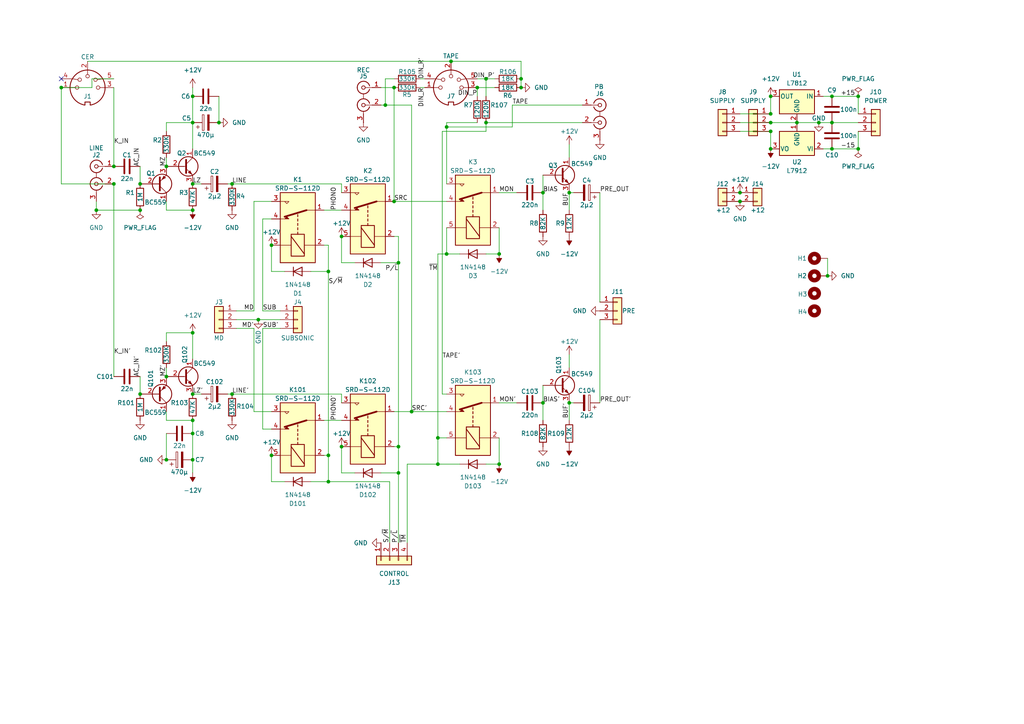
<source format=kicad_sch>
(kicad_sch (version 20231120) (generator "eeschema") (generator_version "8.0")
  (paper "A4")
  (title_block (title "TuchAudio 509 Input Selection Board") (date "2025-07-28") (rev "v1") (company "@zuiko21"))
  (junction (at 129.54 73.66))
  (junction (at 231.14 35.56))
  (junction (at 114.3 58.42))
  (junction (at 140.97 22.86))
  (junction (at 95.25 132.08))
  (junction (at 33.02 53.34))
  (junction (at 165.1 116.84))
  (junction (at 115.57 129.54))
  (junction (at 138.43 25.4))
  (junction (at 55.88 121.92))
  (junction (at 151.13 25.4))
  (junction (at 95.25 78.74))
  (junction (at 55.88 27.94))
  (junction (at 67.31 114.3))
  (junction (at 40.64 53.34))
  (junction (at 214.63 55.88))
  (junction (at 127 134.62))
  (junction (at 223.52 43.18))
  (junction (at 223.52 33.02))
  (junction (at 115.57 137.16))
  (junction (at 240.03 80.01))
  (junction (at 157.48 116.84))
  (junction (at 27.94 60.96))
  (junction (at 55.88 114.3))
  (junction (at 67.31 53.34))
  (junction (at 63.5 35.56))
  (junction (at 214.63 58.42))
  (junction (at 241.3 43.18))
  (junction (at 237.49 35.56))
  (junction (at 99.06 129.54))
  (junction (at 48.26 133.35))
  (junction (at 119.38 119.38))
  (junction (at 114.3 25.4))
  (junction (at 74.93 92.71))
  (junction (at 78.74 71.12))
  (junction (at 241.3 35.56))
  (junction (at 157.48 55.88))
  (junction (at 55.88 96.52))
  (junction (at 223.52 35.56))
  (junction (at 40.64 114.3))
  (junction (at 130.81 17.78))
  (junction (at 48.26 48.26))
  (junction (at 165.1 55.88))
  (junction (at 223.52 27.94))
  (junction (at 33.02 48.26))
  (junction (at 111.76 30.48))
  (junction (at 78.74 132.08))
  (junction (at 223.52 38.1))
  (junction (at 55.88 133.35))
  (junction (at 40.64 60.96))
  (junction (at 140.97 35.56))
  (junction (at 55.88 53.34))
  (junction (at 241.3 27.94))
  (junction (at 127 127))
  (junction (at 17.78 25.4))
  (junction (at 248.92 43.18))
  (junction (at 55.88 60.96))
  (junction (at 144.78 134.62))
  (junction (at 48.26 109.22))
  (junction (at 144.78 73.66))
  (junction (at 99.06 68.58))
  (junction (at 129.54 36.83))
  (junction (at 151.13 22.86))
  (junction (at 115.57 76.2))
  (junction (at 55.88 125.73))
  (junction (at 248.92 27.94))
  (junction (at 95.25 139.7))
  (junction (at 55.88 35.56))
  (no_connect (at 17.78 22.86))
  (wire (pts (xy 231.14 35.56) (xy 237.49 35.56)))
  (wire (pts (xy 93.98 132.08) (xy 95.25 132.08)))
  (wire (pts (xy 81.28 95.25) (xy 76.2 95.25)))
  (wire (pts (xy 151.13 22.86) (xy 151.13 25.4)))
  (wire (pts (xy 214.63 35.56) (xy 223.52 35.56)))
  (wire (pts (xy 76.2 95.25) (xy 76.2 124.46)))
  (wire (pts (xy 76.2 124.46) (xy 78.74 124.46)))
  (wire (pts (xy 73.66 95.25) (xy 68.58 95.25)))
  (wire (pts (xy 223.52 27.94) (xy 223.52 33.02)))
  (wire (pts (xy 144.78 116.84) (xy 149.86 116.84)))
  (wire (pts (xy 129.54 127) (xy 127 127)))
  (wire (pts (xy 90.17 78.74) (xy 95.25 78.74)))
  (wire (pts (xy 67.31 114.3) (xy 99.06 114.3)))
  (wire (pts (xy 157.48 50.8) (xy 157.48 55.88)))
  (wire (pts (xy 128.27 38.1) (xy 128.27 114.3)))
  (wire (pts (xy 40.64 48.26) (xy 40.64 53.34)))
  (wire (pts (xy 93.98 121.92) (xy 99.06 121.92)))
  (wire (pts (xy 118.11 157.48) (xy 118.11 134.62)))
  (wire (pts (xy 121.92 22.86) (xy 123.19 22.86)))
  (wire (pts (xy 74.93 92.71) (xy 81.28 92.71)))
  (wire (pts (xy 25.4 17.78) (xy 130.81 17.78)))
  (wire (pts (xy 130.81 17.78) (xy 151.13 17.78)))
  (wire (pts (xy 78.74 71.12) (xy 78.74 78.74)))
  (wire (pts (xy 138.43 35.56) (xy 129.54 35.56)))
  (wire (pts (xy 127 134.62) (xy 133.35 134.62)))
  (wire (pts (xy 157.48 55.88) (xy 157.48 60.96)))
  (wire (pts (xy 48.26 45.72) (xy 48.26 48.26)))
  (wire (pts (xy 48.26 58.42) (xy 48.26 60.96)))
  (wire (pts (xy 27.94 60.96) (xy 27.94 58.42)))
  (wire (pts (xy 129.54 36.83) (xy 129.54 53.34)))
  (wire (pts (xy 95.25 78.74) (xy 95.25 132.08)))
  (wire (pts (xy 111.76 30.48) (xy 119.38 30.48)))
  (wire (pts (xy 115.57 68.58) (xy 114.3 68.58)))
  (wire (pts (xy 73.66 90.17) (xy 73.66 58.42)))
  (wire (pts (xy 240.03 74.93) (xy 240.03 80.01)))
  (wire (pts (xy 55.88 35.56) (xy 55.88 43.18)))
  (wire (pts (xy 58.42 114.3) (xy 55.88 114.3)))
  (wire (pts (xy 99.06 129.54) (xy 99.06 137.16)))
  (wire (pts (xy 113.03 139.7) (xy 95.25 139.7)))
  (wire (pts (xy 165.1 41.91) (xy 165.1 45.72)))
  (wire (pts (xy 223.52 38.1) (xy 223.52 43.18)))
  (wire (pts (xy 33.02 22.86) (xy 26.67 22.86)))
  (wire (pts (xy 143.51 22.86) (xy 140.97 22.86)))
  (wire (pts (xy 33.02 25.4) (xy 33.02 48.26)))
  (wire (pts (xy 111.76 22.86) (xy 111.76 30.48)))
  (wire (pts (xy 214.63 33.02) (xy 223.52 33.02)))
  (wire (pts (xy 33.02 53.34) (xy 17.78 53.34)))
  (wire (pts (xy 157.48 116.84) (xy 157.48 121.92)))
  (wire (pts (xy 237.49 35.56) (xy 241.3 35.56)))
  (wire (pts (xy 114.3 58.42) (xy 129.54 58.42)))
  (wire (pts (xy 95.25 71.12) (xy 93.98 71.12)))
  (wire (pts (xy 48.26 106.68) (xy 48.26 109.22)))
  (wire (pts (xy 129.54 36.83) (xy 148.59 36.83)))
  (wire (pts (xy 48.26 119.38) (xy 48.26 121.92)))
  (wire (pts (xy 73.66 119.38) (xy 78.74 119.38)))
  (wire (pts (xy 238.76 43.18) (xy 241.3 43.18)))
  (wire (pts (xy 238.76 27.94) (xy 241.3 27.94)))
  (wire (pts (xy 129.54 73.66) (xy 133.35 73.66)))
  (wire (pts (xy 68.58 92.71) (xy 74.93 92.71)))
  (wire (pts (xy 48.26 60.96) (xy 55.88 60.96)))
  (wire (pts (xy 26.67 22.86) (xy 26.67 25.4)))
  (wire (pts (xy 73.66 119.38) (xy 73.66 95.25)))
  (wire (pts (xy 140.97 22.86) (xy 140.97 27.94)))
  (wire (pts (xy 144.78 73.66) (xy 144.78 66.04)))
  (wire (pts (xy 144.78 55.88) (xy 149.86 55.88)))
  (wire (pts (xy 223.52 35.56) (xy 231.14 35.56)))
  (wire (pts (xy 78.74 78.74) (xy 82.55 78.74)))
  (wire (pts (xy 128.27 38.1) (xy 140.97 38.1)))
  (wire (pts (xy 214.63 38.1) (xy 223.52 38.1)))
  (wire (pts (xy 63.5 27.94) (xy 63.5 35.56)))
  (wire (pts (xy 110.49 76.2) (xy 115.57 76.2)))
  (wire (pts (xy 115.57 76.2) (xy 115.57 129.54)))
  (wire (pts (xy 48.26 35.56) (xy 55.88 35.56)))
  (wire (pts (xy 76.2 63.5) (xy 78.74 63.5)))
  (wire (pts (xy 17.78 25.4) (xy 26.67 25.4)))
  (wire (pts (xy 73.66 58.42) (xy 78.74 58.42)))
  (wire (pts (xy 99.06 137.16) (xy 102.87 137.16)))
  (wire (pts (xy 140.97 134.62) (xy 144.78 134.62)))
  (wire (pts (xy 127 127) (xy 127 134.62)))
  (wire (pts (xy 165.1 116.84) (xy 165.1 121.92)))
  (wire (pts (xy 110.49 30.48) (xy 111.76 30.48)))
  (wire (pts (xy 151.13 17.78) (xy 151.13 22.86)))
  (wire (pts (xy 114.3 119.38) (xy 119.38 119.38)))
  (wire (pts (xy 248.92 43.18) (xy 241.3 43.18)))
  (wire (pts (xy 99.06 114.3) (xy 99.06 116.84)))
  (wire (pts (xy 48.26 125.73) (xy 48.26 133.35)))
  (wire (pts (xy 114.3 25.4) (xy 114.3 58.42)))
  (wire (pts (xy 140.97 73.66) (xy 144.78 73.66)))
  (wire (pts (xy 55.88 25.4) (xy 55.88 27.94)))
  (wire (pts (xy 165.1 102.87) (xy 165.1 106.68)))
  (wire (pts (xy 27.94 60.96) (xy 40.64 60.96)))
  (wire (pts (xy 119.38 119.38) (xy 129.54 119.38)))
  (wire (pts (xy 148.59 30.48) (xy 148.59 36.83)))
  (wire (pts (xy 90.17 139.7) (xy 95.25 139.7)))
  (wire (pts (xy 55.88 133.35) (xy 55.88 125.73)))
  (wire (pts (xy 129.54 66.04) (xy 129.54 73.66)))
  (wire (pts (xy 128.27 114.3) (xy 129.54 114.3)))
  (wire (pts (xy 17.78 53.34) (xy 17.78 25.4)))
  (wire (pts (xy 99.06 53.34) (xy 99.06 55.88)))
  (wire (pts (xy 115.57 129.54) (xy 115.57 137.16)))
  (wire (pts (xy 76.2 63.5) (xy 76.2 90.17)))
  (wire (pts (xy 140.97 22.86) (xy 138.43 22.86)))
  (wire (pts (xy 127 127) (xy 127 73.66)))
  (wire (pts (xy 67.31 53.34) (xy 99.06 53.34)))
  (wire (pts (xy 144.78 134.62) (xy 144.78 127)))
  (wire (pts (xy 66.04 53.34) (xy 67.31 53.34)))
  (wire (pts (xy 165.1 55.88) (xy 165.1 60.96)))
  (wire (pts (xy 99.06 76.2) (xy 102.87 76.2)))
  (wire (pts (xy 173.99 92.71) (xy 173.99 116.84)))
  (wire (pts (xy 95.25 78.74) (xy 95.25 71.12)))
  (wire (pts (xy 93.98 60.96) (xy 99.06 60.96)))
  (wire (pts (xy 110.49 137.16) (xy 115.57 137.16)))
  (wire (pts (xy 248.92 38.1) (xy 248.92 43.18)))
  (wire (pts (xy 33.02 53.34) (xy 33.02 109.22)))
  (wire (pts (xy 127 73.66) (xy 129.54 73.66)))
  (wire (pts (xy 55.88 137.16) (xy 55.88 133.35)))
  (wire (pts (xy 248.92 33.02) (xy 248.92 27.94)))
  (wire (pts (xy 157.48 111.76) (xy 157.48 116.84)))
  (wire (pts (xy 66.04 114.3) (xy 67.31 114.3)))
  (wire (pts (xy 78.74 139.7) (xy 82.55 139.7)))
  (wire (pts (xy 48.26 121.92) (xy 55.88 121.92)))
  (wire (pts (xy 173.99 55.88) (xy 173.99 87.63)))
  (wire (pts (xy 48.26 96.52) (xy 48.26 99.06)))
  (wire (pts (xy 138.43 25.4) (xy 138.43 27.94)))
  (wire (pts (xy 115.57 68.58) (xy 115.57 76.2)))
  (wire (pts (xy 115.57 129.54) (xy 114.3 129.54)))
  (wire (pts (xy 241.3 35.56) (xy 248.92 35.56)))
  (wire (pts (xy 78.74 132.08) (xy 78.74 139.7)))
  (wire (pts (xy 95.25 139.7) (xy 95.25 132.08)))
  (wire (pts (xy 129.54 35.56) (xy 129.54 36.83)))
  (wire (pts (xy 140.97 38.1) (xy 140.97 35.56)))
  (wire (pts (xy 248.92 27.94) (xy 241.3 27.94)))
  (wire (pts (xy 110.49 25.4) (xy 114.3 25.4)))
  (wire (pts (xy 58.42 53.34) (xy 55.88 53.34)))
  (wire (pts (xy 55.88 125.73) (xy 55.88 121.92)))
  (wire (pts (xy 55.88 27.94) (xy 55.88 35.56)))
  (wire (pts (xy 118.11 134.62) (xy 127 134.62)))
  (wire (pts (xy 114.3 22.86) (xy 111.76 22.86)))
  (wire (pts (xy 68.58 90.17) (xy 73.66 90.17)))
  (wire (pts (xy 55.88 96.52) (xy 55.88 104.14)))
  (wire (pts (xy 76.2 90.17) (xy 81.28 90.17)))
  (wire (pts (xy 99.06 68.58) (xy 99.06 76.2)))
  (wire (pts (xy 113.03 157.48) (xy 113.03 139.7)))
  (wire (pts (xy 115.57 137.16) (xy 115.57 157.48)))
  (wire (pts (xy 121.92 25.4) (xy 123.19 25.4)))
  (wire (pts (xy 165.1 55.88) (xy 166.37 55.88)))
  (wire (pts (xy 165.1 116.84) (xy 166.37 116.84)))
  (wire (pts (xy 143.51 25.4) (xy 138.43 25.4)))
  (wire (pts (xy 148.59 30.48) (xy 168.91 30.48)))
  (wire (pts (xy 40.64 109.22) (xy 40.64 114.3)))
  (wire (pts (xy 140.97 35.56) (xy 168.91 35.56)))
  (wire (pts (xy 48.26 35.56) (xy 48.26 38.1)))
  (wire (pts (xy 119.38 30.48) (xy 119.38 119.38)))
  (wire (pts (xy 48.26 96.52) (xy 55.88 96.52)))
  (label "S{slash}~{M}" (at 113.03 157.48 90))
  (label "K_IN'" (at 33.02 102.87 0))
  (label "BIAS'" (at 157.48 116.84 0))
  (label "TAPE" (at 148.59 30.48 0))
  (label "MZ" (at 48.26 48.26 90))
  (label "+15" (at 243.84 27.94 0))
  (label "S{slash}~{M}" (at 95.25 82.55 0))
  (label "AC_IN'" (at 40.64 109.22 90))
  (label "K_IN" (at 33.02 41.91 0))
  (label "TAPE'" (at 128.27 104.14 0))
  (label "SRC" (at 114.3 58.42 0))
  (label "PRE_OUT" (at 173.99 55.88 0))
  (label "DIN_R" (at 123.19 25.4 270))
  (label "PRE_OUT'" (at 173.99 116.84 0))
  (label "DIN_R'" (at 123.19 22.86 90))
  (label "MD'" (at 73.66 95.25 180))
  (label "BIAS" (at 157.48 55.88 0))
  (label "BUF" (at 165.1 55.88 270))
  (label "PHONO" (at 97.79 60.96 90))
  (label "LINE" (at 67.31 53.34 0))
  (label "-15" (at 243.84 43.18 0))
  (label "SUB'" (at 76.2 95.25 0))
  (label "P{slash}~{L}" (at 115.57 78.74 180))
  (label "~{TM}" (at 118.11 157.48 90))
  (label "SUB" (at 76.2 90.17 0))
  (label "PHONO'" (at 97.79 121.92 90))
  (label "SRC'" (at 119.38 119.38 0))
  (label "MON" (at 144.78 55.88 0))
  (label "MZ'" (at 48.26 109.22 90))
  (label "P{slash}~{L}" (at 115.57 157.48 90))
  (label "DIN_P" (at 138.43 27.94 180))
  (label "LINE'" (at 67.31 114.3 0))
  (label "MON'" (at 144.78 116.84 0))
  (label "LZ'" (at 55.88 114.3 0))
  (label "AC_IN" (at 40.64 48.26 90))
  (label "BUF'" (at 165.1 116.84 270))
  (label "LZ" (at 55.88 53.34 0))
  (label "DIN_P'" (at 143.51 22.86 180))
  (label "~{TM}" (at 127 78.74 180))
  (label "MD" (at 73.66 90.17 180))
  (symbol (lib_id "Relay:SANYOU_SRD_Form_C") (at 137.16 60.96 90) (unit 1)
    (property "Reference" "K3" (at 137.16 46.99 90))
    (property "Value" "SRD-S-112D" (at 137.16 49.53 90))
    (property "Footprint" "Relay_THT:Relay_SPDT_SANYOU_SRD_Series_Form_C" (effects (hide yes)))
    (property "Datasheet" "http://www.sanyourelay.ca/public/products/pdf/SRD.pdf" (effects (hide yes)))
    (property "Description" "Sanyo SRD relay, Single Pole Miniature Power Relay," (effects (hide yes)))
  )
  (symbol (lib_id "Transistor_BJT:BC559") (at 45.72 114.3 0) (mirror x) (unit 1)
    (property "Reference" "Q101" (at 43.688 107.188 90) (effects (justify left)))
    (property "Value" "BC559" (at 41.91 119.634 0) (effects (justify left)))
    (property "Footprint" "Package_TO_SOT_THT:TO-92_Inline" (effects (hide yes)))
    (property "Datasheet" "https://www.onsemi.com/pub/Collateral/BC556BTA-D.pdf" (effects (hide yes)))
    (property "Description" "0.1A Ic, 30V Vce, PNP Small Signal Transistor, TO-92" (effects (hide yes)))
  )
  (symbol (lib_id "Device:C") (at 52.07 125.73 270) (mirror x) (unit 1)
    (property "Reference" "C8" (at 57.912 125.73 90))
    (property "Value" "22n" (at 52.07 129.286 90))
    (property "Footprint" "Capacitor_THT:C_Disc_D6.0mm_W2.5mm_P5.00mm" (effects (hide yes)))
    (property "Description" "Unpolarized capacitor" (effects (hide yes)))
  )
  (symbol (lib_id "Connector:DIN-5_180degree") (at 25.4 25.4 0) (unit 1)
    (property "Reference" "J1" (at 25.4 27.94 0))
    (property "Value" "CER" (at 25.4 16.51 0))
    (property "Footprint" "durango:DIN 5-180deg" (effects (hide yes)))
    (property "Datasheet" "http://www.mouser.com/ds/2/18/40_c091_abd_e-75918.pdf" (effects (hide yes)))
    (property "Description" "5-pin DIN connector (5-pin DIN-5 stereo)" (effects (hide yes)))
  )
  (symbol (lib_id "Device:R") (at 157.48 125.73 0) (mirror y) (unit 1)
    (property "Reference" "R108" (at 156.21 125.73 0) (effects (justify left)))
    (property "Value" "82K" (at 157.48 125.73 90))
    (property "Footprint" "Resistor_THT:R_Axial_DIN0207_L6.3mm_D2.5mm_P10.16mm_Horizontal" (effects (hide yes)))
    (property "Description" "Resistor" (effects (hide yes)))
  )
  (symbol (lib_id "Diode:1N4148") (at 86.36 139.7 0) (mirror x) (unit 1)
    (property "Reference" "D101" (at 86.36 146.05 0))
    (property "Value" "1N4148" (at 86.36 143.51 0))
    (property "Footprint" "Diode_THT:D_DO-35_SOD27_P7.62mm_Horizontal" (effects (hide yes)))
    (property "Datasheet" "https://assets.nexperia.com/documents/data-sheet/1N4148_1N4448.pdf" (effects (hide yes)))
    (property "Description" "100V 0.15A standard switching diode, DO-35" (effects (hide yes)))
    (property "Sim.Device" "D" (effects (hide yes)))
    (property "Sim.Pins" "1=K 2=A" (effects (hide yes)))
  )
  (symbol (lib_id "Device:R") (at 40.64 57.15 0) (mirror y) (unit 1)
    (property "Reference" "R1" (at 39.116 55.88 0) (effects (justify left)))
    (property "Value" "1M" (at 40.64 57.15 90))
    (property "Footprint" "Resistor_THT:R_Axial_DIN0207_L6.3mm_D2.5mm_P10.16mm_Horizontal" (effects (hide yes)))
    (property "Description" "Resistor" (effects (hide yes)))
  )
  (symbol (lib_id "Device:R") (at 67.31 118.11 0) (mirror y) (unit 1)
    (property "Reference" "R104" (at 73.66 117.856 0) (effects (justify left)))
    (property "Value" "330K" (at 67.31 118.11 90))
    (property "Footprint" "Resistor_THT:R_Axial_DIN0207_L6.3mm_D2.5mm_P10.16mm_Horizontal" (effects (hide yes)))
    (property "Description" "Resistor" (effects (hide yes)))
  )
  (symbol (lib_id "Device:C") (at 36.83 48.26 90) (unit 1)
    (property "Reference" "C1" (at 36.83 44.958 90))
    (property "Value" "22n" (at 36.83 51.816 90))
    (property "Footprint" "Capacitor_THT:C_Rect_L7.2mm_W2.5mm_P5.00mm_FKS2_FKP2_MKS2_MKP2" (effects (hide yes)))
    (property "Description" "Unpolarized capacitor" (effects (hide yes)))
  )
  (symbol (lib_id "power:GND") (at 40.64 121.92 0) (unit 1)
    (property "Reference" "#PWR16" (effects (hide yes)))
    (property "Value" "GND" (at 40.64 127 0))
    (property "Description" "Power symbol creates a global label with name \"GND\" , ground" (effects (hide yes)))
  )
  (symbol (lib_id "Connector:Conn_Coaxial_x2") (at 173.99 33.02 0) (unit 1)
    (property "Reference" "J6" (at 173.99 27.178 0))
    (property "Value" "PB" (at 173.736 25.146 0))
    (property "Footprint" "durango:2xRCA_vertical" (effects (hide yes)))
    (property "Description" "double coaxial connector (BNC, SMA, SMB, SMC, Cinch/RCA, LEMO, ...)" (effects (hide yes)))
  )
  (symbol (lib_id "Relay:SANYOU_SRD_Form_C") (at 106.68 124.46 90) (unit 1)
    (property "Reference" "K102" (at 106.68 110.49 90))
    (property "Value" "SRD-S-112D" (at 106.68 113.03 90))
    (property "Footprint" "Relay_THT:Relay_SPDT_SANYOU_SRD_Series_Form_C" (effects (hide yes)))
    (property "Datasheet" "http://www.sanyourelay.ca/public/products/pdf/SRD.pdf" (effects (hide yes)))
    (property "Description" "Sanyo SRD relay, Single Pole Miniature Power Relay," (effects (hide yes)))
  )
  (symbol (lib_id "Device:R") (at 118.11 25.4 90) (mirror x) (unit 1)
    (property "Reference" "R5" (at 119.38 27.432 90) (effects (justify left)))
    (property "Value" "330K" (at 118.11 25.4 90))
    (property "Footprint" "Resistor_THT:R_Axial_DIN0207_L6.3mm_D2.5mm_P10.16mm_Horizontal" (effects (hide yes)))
    (property "Description" "Resistor" (effects (hide yes)))
  )
  (symbol (lib_id "Diode:1N4148") (at 137.16 134.62 0) (mirror x) (unit 1)
    (property "Reference" "D103" (at 137.16 140.97 0))
    (property "Value" "1N4148" (at 137.16 138.43 0))
    (property "Footprint" "Diode_THT:D_DO-35_SOD27_P7.62mm_Horizontal" (effects (hide yes)))
    (property "Datasheet" "https://assets.nexperia.com/documents/data-sheet/1N4148_1N4448.pdf" (effects (hide yes)))
    (property "Description" "100V 0.15A standard switching diode, DO-35" (effects (hide yes)))
    (property "Sim.Device" "D" (effects (hide yes)))
    (property "Sim.Pins" "1=K 2=A" (effects (hide yes)))
  )
  (symbol (lib_id "power:GND") (at 173.99 40.64 0) (unit 1)
    (property "Reference" "#PWR4" (effects (hide yes)))
    (property "Value" "GND" (at 173.99 45.72 0))
    (property "Description" "Power symbol creates a global label with name \"GND\" , ground" (effects (hide yes)))
  )
  (symbol (lib_id "Transistor_BJT:BC549") (at 162.56 50.8 0) (unit 1)
    (property "Reference" "Q3" (at 159.004 48.006 0) (effects (justify left)))
    (property "Value" "BC549" (at 165.608 47.498 0) (effects (justify left)))
    (property "Footprint" "Package_TO_SOT_THT:TO-92_Inline" (effects (hide yes)))
    (property "Datasheet" "https://www.onsemi.com/pub/Collateral/BC550-D.pdf" (effects (hide yes)))
    (property "Description" "0.1A Ic, 30V Vce, Small Signal NPN Transistor, TO-92" (effects (hide yes)))
  )
  (symbol (lib_id "Device:C_Polarized") (at 62.23 114.3 90) (unit 1)
    (property "Reference" "C102" (at 62.23 110.744 90))
    (property "Value" "2µ2" (at 62.23 117.856 90))
    (property "Footprint" "Capacitor_THT:CP_Radial_D4.0mm_P1.50mm" (effects (hide yes)))
    (property "Description" "Polarized capacitor" (effects (hide yes)))
  )
  (symbol (lib_id "Transistor_BJT:BC549") (at 162.56 111.76 0) (unit 1)
    (property "Reference" "Q103" (at 162.052 108.458 90) (effects (justify left)))
    (property "Value" "BC549" (at 165.608 108.458 0) (effects (justify left)))
    (property "Footprint" "Package_TO_SOT_THT:TO-92_Inline" (effects (hide yes)))
    (property "Datasheet" "https://www.onsemi.com/pub/Collateral/BC550-D.pdf" (effects (hide yes)))
    (property "Description" "0.1A Ic, 30V Vce, Small Signal NPN Transistor, TO-92" (effects (hide yes)))
  )
  (symbol (lib_id "power:GND") (at 157.48 68.58 0) (unit 1)
    (property "Reference" "#PWR30" (effects (hide yes)))
    (property "Value" "GND" (at 157.48 73.66 0))
    (property "Description" "Power symbol creates a global label with name \"GND\" , ground" (effects (hide yes)))
  )
  (symbol (lib_id "power:GND") (at 240.03 80.01 90) (unit 1)
    (property "Reference" "#PWR33" (effects (hide yes)))
    (property "Value" "GND" (at 243.84 80.0099 90) (effects (justify right)))
    (property "Description" "Power symbol creates a global label with name \"GND\" , ground" (effects (hide yes)))
  )
  (symbol (lib_id "Mechanical:MountingHole") (at 236.22 90.17 90) (unit 1) (exclude_from_sim yes) (in_bom no)
    (property "Reference" "H4" (at 231.394 90.424 90) (effects (justify right)))
    (property "Value" "MountingHole" (effects (hide yes)))
    (property "Footprint" "MountingHole:MountingHole_3.2mm_M3_DIN965" (effects (hide yes)))
    (property "Description" "Mounting Hole without connection" (effects (hide yes)))
  )
  (symbol (lib_id "power:GND") (at 110.49 157.48 270) (unit 1)
    (property "Reference" "#PWR34" (effects (hide yes)))
    (property "Value" "GND" (at 106.68 157.4799 90) (effects (justify right)))
    (property "Description" "Power symbol creates a global label with name \"GND\" , ground" (effects (hide yes)))
  )
  (symbol (lib_id "Diode:1N4148") (at 137.16 73.66 0) (mirror x) (unit 1)
    (property "Reference" "D3" (at 137.16 80.01 0))
    (property "Value" "1N4148" (at 137.16 77.47 0))
    (property "Footprint" "Diode_THT:D_DO-35_SOD27_P7.62mm_Horizontal" (effects (hide yes)))
    (property "Datasheet" "https://assets.nexperia.com/documents/data-sheet/1N4148_1N4448.pdf" (effects (hide yes)))
    (property "Description" "100V 0.15A standard switching diode, DO-35" (effects (hide yes)))
    (property "Sim.Device" "D" (effects (hide yes)))
    (property "Sim.Pins" "1=K 2=A" (effects (hide yes)))
  )
  (symbol (lib_id "Diode:1N4148") (at 106.68 137.16 0) (mirror x) (unit 1)
    (property "Reference" "D102" (at 106.68 143.51 0))
    (property "Value" "1N4148" (at 106.68 140.97 0))
    (property "Footprint" "Diode_THT:D_DO-35_SOD27_P7.62mm_Horizontal" (effects (hide yes)))
    (property "Datasheet" "https://assets.nexperia.com/documents/data-sheet/1N4148_1N4448.pdf" (effects (hide yes)))
    (property "Description" "100V 0.15A standard switching diode, DO-35" (effects (hide yes)))
    (property "Sim.Device" "D" (effects (hide yes)))
    (property "Sim.Pins" "1=K 2=A" (effects (hide yes)))
  )
  (symbol (lib_id "Device:R") (at 157.48 64.77 0) (mirror y) (unit 1)
    (property "Reference" "R8" (at 156.21 64.77 0) (effects (justify left)))
    (property "Value" "82K" (at 157.48 64.77 90))
    (property "Footprint" "Resistor_THT:R_Axial_DIN0207_L6.3mm_D2.5mm_P10.16mm_Horizontal" (effects (hide yes)))
    (property "Description" "Resistor" (effects (hide yes)))
  )
  (symbol (lib_id "Device:C") (at 59.69 27.94 90) (unit 1)
    (property "Reference" "C6" (at 53.848 27.94 90))
    (property "Value" "22n" (at 59.69 31.496 90))
    (property "Footprint" "Capacitor_THT:C_Disc_D6.0mm_W2.5mm_P5.00mm" (effects (hide yes)))
    (property "Description" "Unpolarized capacitor" (effects (hide yes)))
  )
  (symbol (lib_id "Transistor_BJT:BC559") (at 45.72 53.34 0) (mirror x) (unit 1)
    (property "Reference" "Q1" (at 42.418 50.292 0) (effects (justify left)))
    (property "Value" "BC559" (at 41.91 58.674 0) (effects (justify left)))
    (property "Footprint" "Package_TO_SOT_THT:TO-92_Inline" (effects (hide yes)))
    (property "Datasheet" "https://www.onsemi.com/pub/Collateral/BC556BTA-D.pdf" (effects (hide yes)))
    (property "Description" "0.1A Ic, 30V Vce, PNP Small Signal Transistor, TO-92" (effects (hide yes)))
  )
  (symbol (lib_id "Device:R") (at 55.88 118.11 0) (mirror y) (unit 1)
    (property "Reference" "R103" (at 54.61 116.84 0) (effects (justify left)))
    (property "Value" "47K" (at 55.88 118.11 90))
    (property "Footprint" "Resistor_THT:R_Axial_DIN0207_L6.3mm_D2.5mm_P10.16mm_Horizontal" (effects (hide yes)))
    (property "Description" "Resistor" (effects (hide yes)))
  )
  (symbol (lib_id "power:-12V") (at 165.1 68.58 180) (unit 1)
    (property "Reference" "#PWR10" (effects (hide yes)))
    (property "Value" "-12V" (at 165.1 73.66 0))
    (property "Description" "Power symbol creates a global label with name \"-12V\"" (effects (hide yes)))
  )
  (symbol (lib_id "Relay:SANYOU_SRD_Form_C") (at 137.16 121.92 90) (unit 1)
    (property "Reference" "K103" (at 137.16 107.95 90))
    (property "Value" "SRD-S-112D" (at 137.16 110.49 90))
    (property "Footprint" "Relay_THT:Relay_SPDT_SANYOU_SRD_Series_Form_C" (effects (hide yes)))
    (property "Datasheet" "http://www.sanyourelay.ca/public/products/pdf/SRD.pdf" (effects (hide yes)))
    (property "Description" "Sanyo SRD relay, Single Pole Miniature Power Relay," (effects (hide yes)))
  )
  (symbol (lib_id "Device:R") (at 55.88 57.15 0) (mirror y) (unit 1)
    (property "Reference" "R3" (at 54.61 55.88 0) (effects (justify left)))
    (property "Value" "47K" (at 55.88 57.15 90))
    (property "Footprint" "Resistor_THT:R_Axial_DIN0207_L6.3mm_D2.5mm_P10.16mm_Horizontal" (effects (hide yes)))
    (property "Description" "Resistor" (effects (hide yes)))
  )
  (symbol (lib_id "Device:R") (at 140.97 31.75 0) (mirror y) (unit 1)
    (property "Reference" "R107" (at 147.32 30.48 0) (effects (justify left)))
    (property "Value" "120K" (at 140.97 31.75 90))
    (property "Footprint" "Resistor_THT:R_Axial_DIN0207_L6.3mm_D2.5mm_P10.16mm_Horizontal" (effects (hide yes)))
    (property "Description" "Resistor" (effects (hide yes)))
  )
  (symbol (lib_id "Connector_Generic:Conn_01x03") (at 63.5 92.71 0) (mirror y) (unit 1)
    (property "Reference" "J3" (at 63.5 87.63 0))
    (property "Value" "MD" (at 63.5 98.044 0))
    (property "Footprint" "Connector_PinHeader_2.54mm:PinHeader_1x03_P2.54mm_Vertical" (effects (hide yes)))
    (property "Description" "Generic connector, single row, 01x03, script generated (kicad-library-utils/schlib/autogen/connector/)" (effects (hide yes)))
  )
  (symbol (lib_id "Device:C") (at 36.83 109.22 90) (unit 1)
    (property "Reference" "C101" (at 30.48 109.22 90))
    (property "Value" "22n" (at 36.83 112.776 90))
    (property "Footprint" "Capacitor_THT:C_Rect_L7.2mm_W2.5mm_P5.00mm_FKS2_FKP2_MKS2_MKP2" (effects (hide yes)))
    (property "Description" "Unpolarized capacitor" (effects (hide yes)))
  )
  (symbol (lib_id "Mechanical:MountingHole") (at 236.22 85.09 90) (unit 1) (exclude_from_sim yes) (in_bom no)
    (property "Reference" "H3" (at 231.394 85.344 90) (effects (justify right)))
    (property "Value" "MountingHole" (effects (hide yes)))
    (property "Footprint" "MountingHole:MountingHole_3.2mm_M3_DIN965" (effects (hide yes)))
    (property "Description" "Mounting Hole without connection" (effects (hide yes)))
  )
  (symbol (lib_id "power:+12V") (at 55.88 96.52 0) (unit 1)
    (property "Reference" "#PWR17" (effects (hide yes)))
    (property "Value" "+12V" (at 55.88 91.44 0))
    (property "Description" "Power symbol creates a global label with name \"+12V\"" (effects (hide yes)))
  )
  (symbol (lib_id "Device:R") (at 147.32 22.86 90) (mirror x) (unit 1)
    (property "Reference" "R106" (at 149.86 20.828 90) (effects (justify left)))
    (property "Value" "18K" (at 147.32 22.86 90))
    (property "Footprint" "Resistor_THT:R_Axial_DIN0207_L6.3mm_D2.5mm_P10.16mm_Horizontal" (effects (hide yes)))
    (property "Description" "Resistor" (effects (hide yes)))
  )
  (symbol (lib_id "power:-12V") (at 55.88 137.16 180) (unit 1)
    (property "Reference" "#PWR18" (effects (hide yes)))
    (property "Value" "-12V" (at 55.88 142.24 0))
    (property "Description" "Power symbol creates a global label with name \"-12V\"" (effects (hide yes)))
  )
  (symbol (lib_id "power:-12V") (at 55.88 60.96 180) (unit 1)
    (property "Reference" "#PWR9" (effects (hide yes)))
    (property "Value" "-12V" (at 55.88 66.04 0))
    (property "Description" "Power symbol creates a global label with name \"-12V\"" (effects (hide yes)))
  )
  (symbol (lib_id "Connector:Conn_Coaxial_x2") (at 27.94 50.8 0) (mirror y) (unit 1)
    (property "Reference" "J2" (at 27.94 44.958 0))
    (property "Value" "LINE" (at 27.94 42.926 0))
    (property "Footprint" "durango:2xRCA_vertical" (effects (hide yes)))
    (property "Description" "double coaxial connector (BNC, SMA, SMB, SMC, Cinch/RCA, LEMO, ...)" (effects (hide yes)))
  )
  (symbol (lib_id "Device:R") (at 40.64 118.11 0) (mirror y) (unit 1)
    (property "Reference" "R101" (at 39.116 116.84 0) (effects (justify left)))
    (property "Value" "1M" (at 40.64 118.11 90))
    (property "Footprint" "Resistor_THT:R_Axial_DIN0207_L6.3mm_D2.5mm_P10.16mm_Horizontal" (effects (hide yes)))
    (property "Description" "Resistor" (effects (hide yes)))
  )
  (symbol (lib_id "Connector_Generic:Conn_01x03") (at 179.07 90.17 0) (unit 1)
    (property "Reference" "J11" (at 179.07 84.582 0))
    (property "Value" "PRE" (at 182.372 90.17 0))
    (property "Footprint" "Connector_PinHeader_2.54mm:PinHeader_1x03_P2.54mm_Vertical" (effects (hide yes)))
    (property "Description" "Generic connector, single row, 01x03, script generated (kicad-library-utils/schlib/autogen/connector/)" (effects (hide yes)))
  )
  (symbol (lib_id "Relay:SANYOU_SRD_Form_C") (at 86.36 66.04 90) (unit 1)
    (property "Reference" "K1" (at 86.36 52.07 90))
    (property "Value" "SRD-S-112D" (at 86.36 54.61 90))
    (property "Footprint" "Relay_THT:Relay_SPDT_SANYOU_SRD_Series_Form_C" (effects (hide yes)))
    (property "Datasheet" "http://www.sanyourelay.ca/public/products/pdf/SRD.pdf" (effects (hide yes)))
    (property "Description" "Sanyo SRD relay, Single Pole Miniature Power Relay," (effects (hide yes)))
  )
  (symbol (lib_id "Regulator_Linear:L7912") (at 231.14 43.18 0) (mirror y) (unit 1)
    (property "Reference" "U2" (at 231.14 46.99 0))
    (property "Value" "L7912" (at 231.14 49.53 0))
    (property "Footprint" "Package_TO_SOT_THT:TO-220-3_Vertical" (effects (hide yes)))
    (property "Datasheet" "http://www.st.com/content/ccc/resource/technical/document/datasheet/c9/16/86/41/c7/2b/45/f2/CD00000450.pdf/files/CD00000450.pdf/jcr:content/translations/en.CD00000450.pdf" (effects (hide yes)))
    (property "Description" "Negative 1.5A 35V Linear Regulator, Fixed Output -12V, TO-220/TO-263" (effects (hide yes)))
  )
  (symbol (lib_id "power:-12V") (at 223.52 43.18 180) (unit 1)
    (property "Reference" "#PWR31" (effects (hide yes)))
    (property "Value" "-12V" (at 223.52 48.26 0))
    (property "Description" "Power symbol creates a global label with name \"-12V\"" (effects (hide yes)))
  )
  (symbol (lib_id "Device:C_Polarized") (at 52.07 133.35 90) (unit 1)
    (property "Reference" "C7" (at 57.912 133.35 90))
    (property "Value" "470µ" (at 52.07 136.906 90))
    (property "Footprint" "Capacitor_THT:CP_Radial_D10.0mm_P5.00mm" (effects (hide yes)))
    (property "Description" "Polarized capacitor" (effects (hide yes)))
  )
  (symbol (lib_id "power:+12V") (at 78.74 71.12 0) (unit 1)
    (property "Reference" "#PWR11" (effects (hide yes)))
    (property "Value" "+12V" (at 78.74 67.31 0))
    (property "Description" "Power symbol creates a global label with name \"+12V\"" (effects (hide yes)))
  )
  (symbol (lib_id "Connector_Generic:Conn_01x02") (at 209.55 55.88 0) (mirror y) (unit 1)
    (property "Reference" "J12" (at 211.328 53.34 0) (effects (justify left)))
    (property "Value" "+12" (at 211.836 60.96 0) (effects (justify left)))
    (property "Footprint" "Connector_PinHeader_2.54mm:PinHeader_1x02_P2.54mm_Vertical" (effects (hide yes)))
    (property "Description" "Generic connector, single row, 01x02, script generated (kicad-library-utils/schlib/autogen/connector/)" (effects (hide yes)))
  )
  (symbol (lib_id "power:GND") (at 48.26 133.35 270) (mirror x) (unit 1)
    (property "Reference" "#PWR19" (effects (hide yes)))
    (property "Value" "GND" (at 44.45 133.3499 90) (effects (justify right)))
    (property "Description" "Power symbol creates a global label with name \"GND\" , ground" (effects (hide yes)))
  )
  (symbol (lib_id "Connector_Generic:Conn_01x03") (at 254 35.56 0) (unit 1)
    (property "Reference" "J10" (at 254 26.67 0))
    (property "Value" "POWER" (at 254 29.21 0))
    (property "Footprint" "Connector_PinHeader_2.54mm:PinHeader_1x03_P2.54mm_Vertical" (effects (hide yes)))
    (property "Description" "Generic connector, single row, 01x03, script generated (kicad-library-utils/schlib/autogen/connector/)" (effects (hide yes)))
  )
  (symbol (lib_id "Device:R") (at 48.26 102.87 0) (mirror y) (unit 1)
    (property "Reference" "R102" (at 46.99 101.6 0) (effects (justify left)))
    (property "Value" "330K" (at 48.26 102.87 90))
    (property "Footprint" "Resistor_THT:R_Axial_DIN0207_L6.3mm_D2.5mm_P10.16mm_Horizontal" (effects (hide yes)))
    (property "Description" "Resistor" (effects (hide yes)))
  )
  (symbol (lib_id "Connector_Generic:Conn_01x04") (at 113.03 162.56 90) (mirror x) (unit 1)
    (property "Reference" "J13" (at 114.3 168.91 90))
    (property "Value" "CONTROL" (at 114.3 166.37 90))
    (property "Footprint" "Connector_PinHeader_2.54mm:PinHeader_1x04_P2.54mm_Vertical" (effects (hide yes)))
    (property "Description" "Generic connector, single row, 01x04, script generated (kicad-library-utils/schlib/autogen/connector/)" (effects (hide yes)))
  )
  (symbol (lib_id "power:GND") (at 173.99 90.17 270) (unit 1)
    (property "Reference" "#PWR32" (effects (hide yes)))
    (property "Value" "GND" (at 170.18 90.1699 90) (effects (justify right)))
    (property "Description" "Power symbol creates a global label with name \"GND\" , ground" (effects (hide yes)))
  )
  (symbol (lib_id "Device:C") (at 153.67 116.84 90) (unit 1)
    (property "Reference" "C103" (at 153.67 113.538 90))
    (property "Value" "220n" (at 153.67 120.396 90))
    (property "Footprint" "Capacitor_THT:C_Rect_L7.2mm_W3.5mm_P5.00mm_FKS2_FKP2_MKS2_MKP2" (effects (hide yes)))
    (property "Description" "Unpolarized capacitor" (effects (hide yes)))
  )
  (symbol (lib_id "Regulator_Linear:L7812") (at 231.14 27.94 0) (mirror y) (unit 1)
    (property "Reference" "U1" (at 231.14 21.59 0))
    (property "Value" "L7812" (at 231.14 24.13 0))
    (property "Footprint" "Package_TO_SOT_THT:TO-220-3_Vertical" (effects (hide yes)))
    (property "Datasheet" "http://www.st.com/content/ccc/resource/technical/document/datasheet/41/4f/b3/b0/12/d4/47/88/CD00000444.pdf/files/CD00000444.pdf/jcr:content/translations/en.CD00000444.pdf" (effects (hide yes)))
    (property "Description" "Positive 1.5A 35V Linear Regulator, Fixed Output 12V, TO-220/TO-263/TO-252" (effects (hide yes)))
  )
  (symbol (lib_id "Mechanical:MountingHole_Pad") (at 237.49 74.93 90) (unit 1) (exclude_from_sim yes) (in_bom no)
    (property "Reference" "H1" (at 232.664 74.93 90))
    (property "Value" "MountingHole_Pad" (effects (hide yes)))
    (property "Footprint" "MountingHole:MountingHole_3.2mm_M3_DIN965_Pad" (effects (hide yes)))
    (property "Description" "Mounting Hole with connection" (effects (hide yes)))
  )
  (symbol (lib_id "Device:C_Polarized") (at 59.69 35.56 90) (unit 1)
    (property "Reference" "C5" (at 54.102 34.29 90))
    (property "Value" "470µ" (at 59.69 39.116 90))
    (property "Footprint" "Capacitor_THT:CP_Radial_D10.0mm_P5.00mm" (effects (hide yes)))
    (property "Description" "Polarized capacitor" (effects (hide yes)))
  )
  (symbol (lib_id "power:GND") (at 67.31 60.96 0) (unit 1)
    (property "Reference" "#PWR5" (effects (hide yes)))
    (property "Value" "GND" (at 67.31 66.04 0))
    (property "Description" "Power symbol creates a global label with name \"GND\" , ground" (effects (hide yes)))
  )
  (symbol (lib_id "Device:C") (at 241.3 31.75 180) (unit 1)
    (property "Reference" "C9" (at 241.3 26.162 0))
    (property "Value" "100n" (at 246.126 31.75 0))
    (property "Footprint" "Capacitor_THT:C_Rect_L7.2mm_W2.5mm_P5.00mm_FKS2_FKP2_MKS2_MKP2" (effects (hide yes)))
    (property "Description" "Unpolarized capacitor" (effects (hide yes)))
  )
  (symbol (lib_id "Device:C") (at 153.67 55.88 90) (unit 1)
    (property "Reference" "C3" (at 153.67 52.578 90))
    (property "Value" "220n" (at 153.67 59.436 90))
    (property "Footprint" "Capacitor_THT:C_Rect_L7.2mm_W3.5mm_P5.00mm_FKS2_FKP2_MKS2_MKP2" (effects (hide yes)))
    (property "Description" "Unpolarized capacitor" (effects (hide yes)))
  )
  (symbol (lib_id "Connector:DIN-5_180degree") (at 130.81 25.4 0) (unit 1)
    (property "Reference" "J7" (at 130.81 27.94 0))
    (property "Value" "TAPE" (at 130.81 16.256 0))
    (property "Footprint" "durango:DIN 5-180deg" (effects (hide yes)))
    (property "Datasheet" "http://www.mouser.com/ds/2/18/40_c091_abd_e-75918.pdf" (effects (hide yes)))
    (property "Description" "5-pin DIN connector (5-pin DIN-5 stereo)" (effects (hide yes)))
  )
  (symbol (lib_id "power:PWR_FLAG") (at 40.64 60.96 180) (unit 1)
    (property "Reference" "#FLG5" (effects (hide yes)))
    (property "Value" "PWR_FLAG" (at 40.64 66.04 0))
    (property "Description" "Special symbol for telling ERC where power comes from" (effects (hide yes)))
  )
  (symbol (lib_id "Transistor_BJT:BC549") (at 53.34 48.26 0) (unit 1)
    (property "Reference" "Q2" (at 51.308 44.45 0) (effects (justify left)))
    (property "Value" "BC549" (at 56.134 44.45 0) (effects (justify left)))
    (property "Footprint" "Package_TO_SOT_THT:TO-92_Inline" (effects (hide yes)))
    (property "Datasheet" "https://www.onsemi.com/pub/Collateral/BC550-D.pdf" (effects (hide yes)))
    (property "Description" "0.1A Ic, 30V Vce, Small Signal NPN Transistor, TO-92" (effects (hide yes)))
  )
  (symbol (lib_id "power:+12V") (at 99.06 68.58 0) (unit 1)
    (property "Reference" "#PWR12" (effects (hide yes)))
    (property "Value" "+12V" (at 99.06 64.77 0))
    (property "Description" "Power symbol creates a global label with name \"+12V\"" (effects (hide yes)))
  )
  (symbol (lib_id "power:-12V") (at 144.78 134.62 180) (unit 1)
    (property "Reference" "#PWR24" (effects (hide yes)))
    (property "Value" "-12V" (at 144.78 139.7 0))
    (property "Description" "Power symbol creates a global label with name \"-12V\"" (effects (hide yes)))
  )
  (symbol (lib_id "Device:C_Polarized") (at 62.23 53.34 90) (unit 1)
    (property "Reference" "C2" (at 62.23 49.784 90))
    (property "Value" "2µ2" (at 62.23 56.896 90))
    (property "Footprint" "Capacitor_THT:CP_Radial_D4.0mm_P1.50mm" (effects (hide yes)))
    (property "Description" "Polarized capacitor" (effects (hide yes)))
  )
  (symbol (lib_id "power:-12V") (at 165.1 129.54 180) (unit 1)
    (property "Reference" "#PWR28" (effects (hide yes)))
    (property "Value" "-12V" (at 165.1 134.62 0))
    (property "Description" "Power symbol creates a global label with name \"-12V\"" (effects (hide yes)))
  )
  (symbol (lib_id "Relay:SANYOU_SRD_Form_C") (at 106.68 63.5 90) (unit 1)
    (property "Reference" "K2" (at 106.68 49.53 90))
    (property "Value" "SRD-S-112D" (at 106.68 52.07 90))
    (property "Footprint" "Relay_THT:Relay_SPDT_SANYOU_SRD_Series_Form_C" (effects (hide yes)))
    (property "Datasheet" "http://www.sanyourelay.ca/public/products/pdf/SRD.pdf" (effects (hide yes)))
    (property "Description" "Sanyo SRD relay, Single Pole Miniature Power Relay," (effects (hide yes)))
  )
  (symbol (lib_id "power:GND") (at 151.13 25.4 90) (unit 1)
    (property "Reference" "#PWR1" (effects (hide yes)))
    (property "Value" "GND" (at 154.94 25.3999 90) (effects (justify right)))
    (property "Description" "Power symbol creates a global label with name \"GND\" , ground" (effects (hide yes)))
  )
  (symbol (lib_id "power:GND") (at 237.49 35.56 0) (unit 1)
    (property "Reference" "#PWR25" (effects (hide yes)))
    (property "Value" "GND" (at 237.49 34.29 0))
    (property "Description" "Power symbol creates a global label with name \"GND\" , ground" (effects (hide yes)))
  )
  (symbol (lib_id "Connector:Conn_Coaxial_x2") (at 105.41 27.94 0) (mirror y) (unit 1)
    (property "Reference" "J5" (at 105.41 22.098 0))
    (property "Value" "REC" (at 105.41 20.32 0))
    (property "Footprint" "durango:2xRCA_vertical" (effects (hide yes)))
    (property "Description" "double coaxial connector (BNC, SMA, SMB, SMC, Cinch/RCA, LEMO, ...)" (effects (hide yes)))
  )
  (symbol (lib_id "power:+12V") (at 55.88 25.4 0) (unit 1)
    (property "Reference" "#PWR8" (effects (hide yes)))
    (property "Value" "+12V" (at 55.88 20.32 0))
    (property "Description" "Power symbol creates a global label with name \"+12V\"" (effects (hide yes)))
  )
  (symbol (lib_id "Device:R") (at 67.31 57.15 0) (mirror y) (unit 1)
    (property "Reference" "R4" (at 71.12 56.896 0) (effects (justify left)))
    (property "Value" "330K" (at 67.31 57.15 90))
    (property "Footprint" "Resistor_THT:R_Axial_DIN0207_L6.3mm_D2.5mm_P10.16mm_Horizontal" (effects (hide yes)))
    (property "Description" "Resistor" (effects (hide yes)))
  )
  (symbol (lib_id "power:PWR_FLAG") (at 248.92 27.94 0) (unit 1)
    (property "Reference" "#FLG3" (effects (hide yes)))
    (property "Value" "PWR_FLAG" (at 248.92 22.86 0))
    (property "Description" "Special symbol for telling ERC where power comes from" (effects (hide yes)))
  )
  (symbol (lib_id "power:+12V") (at 223.52 27.94 0) (unit 1)
    (property "Reference" "#PWR29" (effects (hide yes)))
    (property "Value" "+12V" (at 223.52 22.86 0))
    (property "Description" "Power symbol creates a global label with name \"+12V\"" (effects (hide yes)))
  )
  (symbol (lib_id "Device:R") (at 147.32 25.4 90) (mirror x) (unit 1)
    (property "Reference" "R6" (at 148.59 27.686 90) (effects (justify left)))
    (property "Value" "18K" (at 147.32 25.4 90))
    (property "Footprint" "Resistor_THT:R_Axial_DIN0207_L6.3mm_D2.5mm_P10.16mm_Horizontal" (effects (hide yes)))
    (property "Description" "Resistor" (effects (hide yes)))
  )
  (symbol (lib_id "Connector_Generic:Conn_01x03") (at 209.55 35.56 0) (mirror y) (unit 1)
    (property "Reference" "J8" (at 209.55 26.67 0))
    (property "Value" "SUPPLY" (at 209.55 29.21 0))
    (property "Footprint" "Connector_PinHeader_2.54mm:PinHeader_1x03_P2.54mm_Vertical" (effects (hide yes)))
    (property "Description" "Generic connector, single row, 01x03, script generated (kicad-library-utils/schlib/autogen/connector/)" (effects (hide yes)))
  )
  (symbol (lib_id "Device:R") (at 138.43 31.75 0) (mirror y) (unit 1)
    (property "Reference" "R7" (at 137.16 30.48 0) (effects (justify left)))
    (property "Value" "120K" (at 138.43 31.75 90))
    (property "Footprint" "Resistor_THT:R_Axial_DIN0207_L6.3mm_D2.5mm_P10.16mm_Horizontal" (effects (hide yes)))
    (property "Description" "Resistor" (effects (hide yes)))
  )
  (symbol (lib_id "power:GND") (at 74.93 92.71 0) (unit 1)
    (property "Reference" "#PWR23" (effects (hide yes)))
    (property "Value" "GND" (at 74.93 97.79 90))
    (property "Description" "Power symbol creates a global label with name \"GND\" , ground" (effects (hide yes)))
  )
  (symbol (lib_id "Diode:1N4148") (at 106.68 76.2 0) (mirror x) (unit 1)
    (property "Reference" "D2" (at 106.68 82.55 0))
    (property "Value" "1N4148" (at 106.68 80.01 0))
    (property "Footprint" "Diode_THT:D_DO-35_SOD27_P7.62mm_Horizontal" (effects (hide yes)))
    (property "Datasheet" "https://assets.nexperia.com/documents/data-sheet/1N4148_1N4448.pdf" (effects (hide yes)))
    (property "Description" "100V 0.15A standard switching diode, DO-35" (effects (hide yes)))
    (property "Sim.Device" "D" (effects (hide yes)))
    (property "Sim.Pins" "1=K 2=A" (effects (hide yes)))
  )
  (symbol (lib_id "power:GND") (at 105.41 35.56 0) (unit 1)
    (property "Reference" "#PWR2" (effects (hide yes)))
    (property "Value" "GND" (at 105.41 40.64 0))
    (property "Description" "Power symbol creates a global label with name \"GND\" , ground" (effects (hide yes)))
  )
  (symbol (lib_id "Relay:SANYOU_SRD_Form_C") (at 86.36 127 90) (unit 1)
    (property "Reference" "K101" (at 86.36 113.03 90))
    (property "Value" "SRD-S-112D" (at 86.36 115.57 90))
    (property "Footprint" "Relay_THT:Relay_SPDT_SANYOU_SRD_Series_Form_C" (effects (hide yes)))
    (property "Datasheet" "http://www.sanyourelay.ca/public/products/pdf/SRD.pdf" (effects (hide yes)))
    (property "Description" "Sanyo SRD relay, Single Pole Miniature Power Relay," (effects (hide yes)))
  )
  (symbol (lib_id "Connector_Generic:Conn_01x03") (at 218.44 35.56 0) (mirror y) (unit 1)
    (property "Reference" "J9" (at 218.44 26.67 0))
    (property "Value" "SUPPLY" (at 218.44 29.21 0))
    (property "Footprint" "Connector_PinHeader_2.54mm:PinHeader_1x03_P2.54mm_Vertical" (effects (hide yes)))
    (property "Description" "Generic connector, single row, 01x03, script generated (kicad-library-utils/schlib/autogen/connector/)" (effects (hide yes)))
  )
  (symbol (lib_id "power:+12V") (at 78.74 132.08 0) (unit 1)
    (property "Reference" "#PWR21" (effects (hide yes)))
    (property "Value" "+12V" (at 78.74 128.27 0))
    (property "Description" "Power symbol creates a global label with name \"+12V\"" (effects (hide yes)))
  )
  (symbol (lib_id "Device:R") (at 118.11 22.86 90) (mirror x) (unit 1)
    (property "Reference" "R105" (at 120.65 20.828 90) (effects (justify left)))
    (property "Value" "330K" (at 118.11 22.86 90))
    (property "Footprint" "Resistor_THT:R_Axial_DIN0207_L6.3mm_D2.5mm_P10.16mm_Horizontal" (effects (hide yes)))
    (property "Description" "Resistor" (effects (hide yes)))
  )
  (symbol (lib_id "power:GND") (at 157.48 129.54 0) (unit 1)
    (property "Reference" "#PWR14" (effects (hide yes)))
    (property "Value" "GND" (at 157.48 134.62 0))
    (property "Description" "Power symbol creates a global label with name \"GND\" , ground" (effects (hide yes)))
  )
  (symbol (lib_id "Device:R") (at 48.26 41.91 0) (mirror y) (unit 1)
    (property "Reference" "R2" (at 46.99 40.64 0) (effects (justify left)))
    (property "Value" "330K" (at 48.26 41.91 90))
    (property "Footprint" "Resistor_THT:R_Axial_DIN0207_L6.3mm_D2.5mm_P10.16mm_Horizontal" (effects (hide yes)))
    (property "Description" "Resistor" (effects (hide yes)))
  )
  (symbol (lib_id "Connector_Generic:Conn_01x03") (at 86.36 92.71 0) (unit 1)
    (property "Reference" "J4" (at 86.36 87.63 0))
    (property "Value" "SUBSONIC" (at 86.36 98.044 0))
    (property "Footprint" "Connector_PinHeader_2.54mm:PinHeader_1x03_P2.54mm_Vertical" (effects (hide yes)))
    (property "Description" "Generic connector, single row, 01x03, script generated (kicad-library-utils/schlib/autogen/connector/)" (effects (hide yes)))
  )
  (symbol (lib_id "power:GND") (at 63.5 35.56 90) (unit 1)
    (property "Reference" "#PWR15" (effects (hide yes)))
    (property "Value" "GND" (at 67.31 35.5599 90) (effects (justify right)))
    (property "Description" "Power symbol creates a global label with name \"GND\" , ground" (effects (hide yes)))
  )
  (symbol (lib_id "power:+12V") (at 165.1 41.91 0) (unit 1)
    (property "Reference" "#PWR7" (effects (hide yes)))
    (property "Value" "+12V" (at 165.1 38.1 0))
    (property "Description" "Power symbol creates a global label with name \"+12V\"" (effects (hide yes)))
  )
  (symbol (lib_id "Mechanical:MountingHole_Pad") (at 237.49 80.01 90) (unit 1) (exclude_from_sim yes) (in_bom no)
    (property "Reference" "H2" (at 232.664 80.01 90))
    (property "Value" "MountingHole_Pad" (effects (hide yes)))
    (property "Footprint" "MountingHole:MountingHole_3.2mm_M3_DIN965_Pad" (effects (hide yes)))
    (property "Description" "Mounting Hole with connection" (effects (hide yes)))
  )
  (symbol (lib_id "Device:C") (at 241.3 39.37 180) (unit 1)
    (property "Reference" "C10" (at 241.3 44.958 0))
    (property "Value" "100n" (at 246.126 39.37 0))
    (property "Footprint" "Capacitor_THT:C_Rect_L7.2mm_W2.5mm_P5.00mm_FKS2_FKP2_MKS2_MKP2" (effects (hide yes)))
    (property "Description" "Unpolarized capacitor" (effects (hide yes)))
  )
  (symbol (lib_id "Diode:1N4148") (at 86.36 78.74 0) (mirror x) (unit 1)
    (property "Reference" "D1" (at 86.36 85.09 0))
    (property "Value" "1N4148" (at 86.36 82.55 0))
    (property "Footprint" "Diode_THT:D_DO-35_SOD27_P7.62mm_Horizontal" (effects (hide yes)))
    (property "Datasheet" "https://assets.nexperia.com/documents/data-sheet/1N4148_1N4448.pdf" (effects (hide yes)))
    (property "Description" "100V 0.15A standard switching diode, DO-35" (effects (hide yes)))
    (property "Sim.Device" "D" (effects (hide yes)))
    (property "Sim.Pins" "1=K 2=A" (effects (hide yes)))
  )
  (symbol (lib_id "Device:C_Polarized") (at 170.18 116.84 270) (mirror x) (unit 1)
    (property "Reference" "C104" (at 170.18 113.284 90))
    (property "Value" "2µ2" (at 170.18 120.396 90))
    (property "Footprint" "Capacitor_THT:CP_Radial_D4.0mm_P1.50mm" (effects (hide yes)))
    (property "Description" "Polarized capacitor" (effects (hide yes)))
  )
  (symbol (lib_id "power:GND") (at 214.63 58.42 0) (mirror y) (unit 1)
    (property "Reference" "#PWR6" (effects (hide yes)))
    (property "Value" "GND" (at 214.63 63.5 0))
    (property "Description" "Power symbol creates a global label with name \"GND\" , ground" (effects (hide yes)))
  )
  (symbol (lib_id "Device:R") (at 165.1 64.77 0) (mirror y) (unit 1)
    (property "Reference" "R9" (at 163.83 64.77 0) (effects (justify left)))
    (property "Value" "12K" (at 165.1 64.77 90))
    (property "Footprint" "Resistor_THT:R_Axial_DIN0207_L6.3mm_D2.5mm_P10.16mm_Horizontal" (effects (hide yes)))
    (property "Description" "Resistor" (effects (hide yes)))
  )
  (symbol (lib_id "power:PWR_FLAG") (at 248.92 43.18 180) (unit 1)
    (property "Reference" "#FLG4" (effects (hide yes)))
    (property "Value" "PWR_FLAG" (at 248.92 48.26 0))
    (property "Description" "Special symbol for telling ERC where power comes from" (effects (hide yes)))
  )
  (symbol (lib_id "power:+12V") (at 99.06 129.54 0) (unit 1)
    (property "Reference" "#PWR22" (effects (hide yes)))
    (property "Value" "+12V" (at 99.06 125.73 0))
    (property "Description" "Power symbol creates a global label with name \"+12V\"" (effects (hide yes)))
  )
  (symbol (lib_id "power:-12V") (at 144.78 73.66 180) (unit 1)
    (property "Reference" "#PWR13" (effects (hide yes)))
    (property "Value" "-12V" (at 144.78 78.74 0))
    (property "Description" "Power symbol creates a global label with name \"-12V\"" (effects (hide yes)))
  )
  (symbol (lib_id "Device:R") (at 165.1 125.73 0) (mirror y) (unit 1)
    (property "Reference" "R109" (at 163.83 125.73 0) (effects (justify left)))
    (property "Value" "12K" (at 165.1 125.73 90))
    (property "Footprint" "Resistor_THT:R_Axial_DIN0207_L6.3mm_D2.5mm_P10.16mm_Horizontal" (effects (hide yes)))
    (property "Description" "Resistor" (effects (hide yes)))
  )
  (symbol (lib_id "Transistor_BJT:BC549") (at 53.34 109.22 0) (unit 1)
    (property "Reference" "Q102" (at 53.594 105.41 90) (effects (justify left)))
    (property "Value" "BC549" (at 56.134 105.41 0) (effects (justify left)))
    (property "Footprint" "Package_TO_SOT_THT:TO-92_Inline" (effects (hide yes)))
    (property "Datasheet" "https://www.onsemi.com/pub/Collateral/BC550-D.pdf" (effects (hide yes)))
    (property "Description" "0.1A Ic, 30V Vce, Small Signal NPN Transistor, TO-92" (effects (hide yes)))
  )
  (symbol (lib_id "power:+12V") (at 165.1 102.87 0) (unit 1)
    (property "Reference" "#PWR27" (effects (hide yes)))
    (property "Value" "+12V" (at 165.1 99.06 0))
    (property "Description" "Power symbol creates a global label with name \"+12V\"" (effects (hide yes)))
  )
  (symbol (lib_id "Device:C_Polarized") (at 170.18 55.88 270) (mirror x) (unit 1)
    (property "Reference" "C4" (at 170.18 52.324 90))
    (property "Value" "2µ2" (at 170.18 59.436 90))
    (property "Footprint" "Capacitor_THT:CP_Radial_D4.0mm_P1.50mm" (effects (hide yes)))
    (property "Description" "Polarized capacitor" (effects (hide yes)))
  )
  (symbol (lib_id "power:GND") (at 27.94 60.96 0) (unit 1)
    (property "Reference" "#PWR3" (effects (hide yes)))
    (property "Value" "GND" (at 27.94 66.04 0))
    (property "Description" "Power symbol creates a global label with name \"GND\" , ground" (effects (hide yes)))
  )
  (symbol (lib_id "power:+12V") (at 214.63 55.88 0) (mirror y) (unit 1)
    (property "Reference" "#PWR26" (effects (hide yes)))
    (property "Value" "+12V" (at 214.63 52.07 0))
    (property "Description" "Power symbol creates a global label with name \"+12V\"" (effects (hide yes)))
  )
  (symbol (lib_id "Connector_Generic:Conn_01x02") (at 219.71 55.88 0) (unit 1)
    (property "Reference" "J14" (at 217.932 53.34 0) (effects (justify left)))
    (property "Value" "+12" (at 217.678 60.96 0) (effects (justify left)))
    (property "Footprint" "Connector_PinHeader_2.54mm:PinHeader_1x02_P2.54mm_Vertical" (effects (hide yes)))
    (property "Description" "Generic connector, single row, 01x02, script generated (kicad-library-utils/schlib/autogen/connector/)" (effects (hide yes)))
  )
  (symbol (lib_id "power:GND") (at 67.31 121.92 0) (unit 1)
    (property "Reference" "#PWR20" (effects (hide yes)))
    (property "Value" "GND" (at 67.31 127 0))
    (property "Description" "Power symbol creates a global label with name \"GND\" , ground" (effects (hide yes)))
  )
)
</source>
